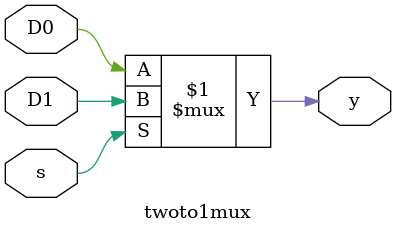
<source format=sv>
module twoto1mux (input logic D0, D1, s, output logic y); 

	assign y = s?D1:D0;
	
endmodule

</source>
